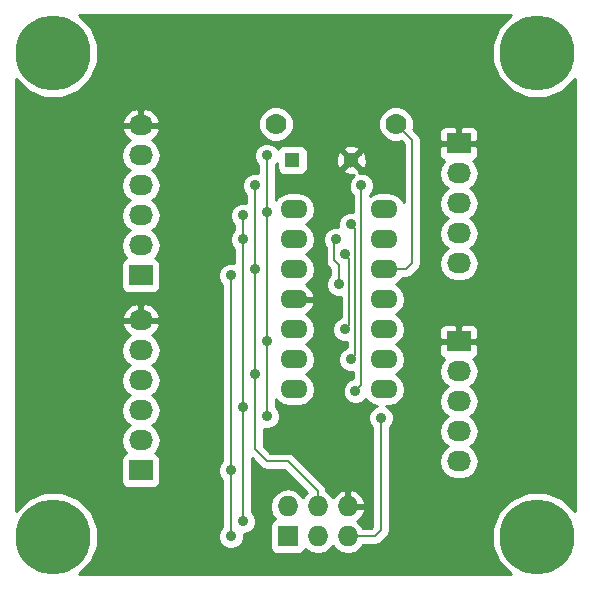
<source format=gbl>
G04 #@! TF.FileFunction,Copper,L2,Bot,Plane*
%FSLAX46Y46*%
G04 Gerber Fmt 4.6, Leading zero omitted, Abs format (unit mm)*
G04 Created by KiCad (PCBNEW (after 2015-mar-04 BZR unknown)-product) date 10/20/2015 10:19:42 AM*
%MOMM*%
G01*
G04 APERTURE LIST*
%ADD10C,0.150000*%
%ADD11C,6.350000*%
%ADD12R,2.032000X1.727200*%
%ADD13O,2.032000X1.727200*%
%ADD14R,1.727200X1.727200*%
%ADD15O,1.727200X1.727200*%
%ADD16R,1.300000X1.300000*%
%ADD17C,1.300000*%
%ADD18C,1.778000*%
%ADD19O,2.300000X1.600000*%
%ADD20C,0.889000*%
%ADD21C,0.203200*%
%ADD22C,0.254000*%
G04 APERTURE END LIST*
D10*
D11*
X4000000Y-45000000D03*
X4000000Y-4000000D03*
X45000000Y-45000000D03*
X45000000Y-4000000D03*
D12*
X11430000Y-22860000D03*
D13*
X11430000Y-20320000D03*
X11430000Y-17780000D03*
X11430000Y-15240000D03*
X11430000Y-12700000D03*
X11430000Y-10160000D03*
D14*
X23876000Y-44958000D03*
D15*
X23876000Y-42418000D03*
X26416000Y-44958000D03*
X26416000Y-42418000D03*
X28956000Y-44958000D03*
X28956000Y-42418000D03*
D12*
X11430000Y-39370000D03*
D13*
X11430000Y-36830000D03*
X11430000Y-34290000D03*
X11430000Y-31750000D03*
X11430000Y-29210000D03*
X11430000Y-26670000D03*
D16*
X24257000Y-13081000D03*
D17*
X29257000Y-13081000D03*
D12*
X38354000Y-11684000D03*
D13*
X38354000Y-14224000D03*
X38354000Y-16764000D03*
X38354000Y-19304000D03*
X38354000Y-21844000D03*
D12*
X38354000Y-28448000D03*
D13*
X38354000Y-30988000D03*
X38354000Y-33528000D03*
X38354000Y-36068000D03*
X38354000Y-38608000D03*
D18*
X22860000Y-10033000D03*
X33020000Y-10033000D03*
D19*
X24384000Y-17272000D03*
X24384000Y-19812000D03*
X24384000Y-22352000D03*
X24384000Y-24892000D03*
X24384000Y-27432000D03*
X24384000Y-29972000D03*
X24384000Y-32512000D03*
X32004000Y-32512000D03*
X32004000Y-29972000D03*
X32004000Y-27432000D03*
X32004000Y-24892000D03*
X32004000Y-22352000D03*
X32004000Y-19812000D03*
X32004000Y-17272000D03*
D20*
X20066000Y-43688000D03*
X20066000Y-34036000D03*
X20066000Y-19812000D03*
X20066000Y-17780000D03*
X19050000Y-44958000D03*
X19050000Y-22860000D03*
X19050000Y-39370000D03*
X27940000Y-19812000D03*
X28194000Y-23622000D03*
X21082000Y-31242000D03*
X21082000Y-22352000D03*
X21082000Y-15240000D03*
X22098000Y-17526000D03*
X22098000Y-28448000D03*
X22098000Y-12700000D03*
X31750000Y-34925000D03*
X22098000Y-34798000D03*
X30099000Y-15240000D03*
X29591000Y-32639000D03*
X29210000Y-18542000D03*
X29210000Y-29972000D03*
X28702000Y-21082000D03*
X28702000Y-27432000D03*
D21*
X20066000Y-34036000D02*
X20066000Y-43688000D01*
X20066000Y-19812000D02*
X20066000Y-34036000D01*
X20066000Y-17780000D02*
X20066000Y-19812000D01*
X19050000Y-39370000D02*
X19050000Y-44958000D01*
X19050000Y-39370000D02*
X19050000Y-22860000D01*
X27940000Y-19812000D02*
X27813000Y-19939000D01*
X27813000Y-19939000D02*
X27813000Y-21590000D01*
X27813000Y-21590000D02*
X28194000Y-21971000D01*
X28194000Y-21971000D02*
X28194000Y-23622000D01*
X26416000Y-42418000D02*
X26416000Y-41148000D01*
X22098000Y-38608000D02*
X21082000Y-37592000D01*
X23876000Y-38608000D02*
X22098000Y-38608000D01*
X26416000Y-41148000D02*
X23876000Y-38608000D01*
X21082000Y-31242000D02*
X21082000Y-37592000D01*
X21082000Y-22352000D02*
X21082000Y-31242000D01*
X21082000Y-15240000D02*
X21082000Y-22352000D01*
X28956000Y-44958000D02*
X31242000Y-44958000D01*
X31750000Y-44450000D02*
X31750000Y-39624000D01*
X31242000Y-44958000D02*
X31750000Y-44450000D01*
X22098000Y-12700000D02*
X22098000Y-17526000D01*
X22098000Y-17526000D02*
X22098000Y-28448000D01*
X22098000Y-28448000D02*
X22098000Y-34798000D01*
X31750000Y-39624000D02*
X31750000Y-34925000D01*
X33909000Y-22352000D02*
X34417000Y-21844000D01*
X34417000Y-21844000D02*
X34417000Y-11430000D01*
X34417000Y-11430000D02*
X33020000Y-10033000D01*
X32004000Y-22352000D02*
X33909000Y-22352000D01*
X30099000Y-32131000D02*
X30099000Y-15240000D01*
X29591000Y-32639000D02*
X30099000Y-32131000D01*
X29210000Y-18542000D02*
X29591000Y-18923000D01*
X29591000Y-18923000D02*
X29591000Y-29591000D01*
X29591000Y-29591000D02*
X29210000Y-29972000D01*
X28702000Y-21082000D02*
X29083000Y-21463000D01*
X29083000Y-21463000D02*
X29083000Y-27051000D01*
X29083000Y-27051000D02*
X28702000Y-27432000D01*
D22*
G36*
X48174500Y-42787183D02*
X47161009Y-41771923D01*
X45761181Y-41190663D01*
X44245469Y-41189340D01*
X42844628Y-41768156D01*
X41771923Y-42838991D01*
X41190663Y-44238819D01*
X41189340Y-45754531D01*
X41768156Y-47155372D01*
X42785507Y-48174500D01*
X40037345Y-48174500D01*
X40037345Y-38608000D01*
X39923271Y-38034511D01*
X39598415Y-37548330D01*
X39283634Y-37338000D01*
X39598415Y-37127670D01*
X39923271Y-36641489D01*
X40037345Y-36068000D01*
X39923271Y-35494511D01*
X39598415Y-35008330D01*
X39283634Y-34798000D01*
X39598415Y-34587670D01*
X39923271Y-34101489D01*
X40037345Y-33528000D01*
X39923271Y-32954511D01*
X39598415Y-32468330D01*
X39283634Y-32258000D01*
X39598415Y-32047670D01*
X39923271Y-31561489D01*
X40037345Y-30988000D01*
X40037345Y-21844000D01*
X39923271Y-21270511D01*
X39598415Y-20784330D01*
X39283634Y-20574000D01*
X39598415Y-20363670D01*
X39923271Y-19877489D01*
X40037345Y-19304000D01*
X39923271Y-18730511D01*
X39598415Y-18244330D01*
X39283634Y-18034000D01*
X39598415Y-17823670D01*
X39923271Y-17337489D01*
X40037345Y-16764000D01*
X39923271Y-16190511D01*
X39598415Y-15704330D01*
X39283634Y-15494000D01*
X39598415Y-15283670D01*
X39923271Y-14797489D01*
X40037345Y-14224000D01*
X39923271Y-13650511D01*
X39598415Y-13164330D01*
X39576219Y-13149499D01*
X39729698Y-13085927D01*
X39908327Y-12907299D01*
X40005000Y-12673910D01*
X40005000Y-12421291D01*
X40005000Y-11969750D01*
X40005000Y-11398250D01*
X40005000Y-10946709D01*
X40005000Y-10694090D01*
X39908327Y-10460701D01*
X39729698Y-10282073D01*
X39496309Y-10185400D01*
X38639750Y-10185400D01*
X38481000Y-10344150D01*
X38481000Y-11557000D01*
X39846250Y-11557000D01*
X40005000Y-11398250D01*
X40005000Y-11969750D01*
X39846250Y-11811000D01*
X38481000Y-11811000D01*
X38481000Y-11831000D01*
X38227000Y-11831000D01*
X38227000Y-11811000D01*
X38227000Y-11557000D01*
X38227000Y-10344150D01*
X38068250Y-10185400D01*
X37211691Y-10185400D01*
X36978302Y-10282073D01*
X36799673Y-10460701D01*
X36703000Y-10694090D01*
X36703000Y-10946709D01*
X36703000Y-11398250D01*
X36861750Y-11557000D01*
X38227000Y-11557000D01*
X38227000Y-11811000D01*
X36861750Y-11811000D01*
X36703000Y-11969750D01*
X36703000Y-12421291D01*
X36703000Y-12673910D01*
X36799673Y-12907299D01*
X36978302Y-13085927D01*
X37131780Y-13149499D01*
X37109585Y-13164330D01*
X36784729Y-13650511D01*
X36670655Y-14224000D01*
X36784729Y-14797489D01*
X37109585Y-15283670D01*
X37424365Y-15494000D01*
X37109585Y-15704330D01*
X36784729Y-16190511D01*
X36670655Y-16764000D01*
X36784729Y-17337489D01*
X37109585Y-17823670D01*
X37424365Y-18034000D01*
X37109585Y-18244330D01*
X36784729Y-18730511D01*
X36670655Y-19304000D01*
X36784729Y-19877489D01*
X37109585Y-20363670D01*
X37424365Y-20574000D01*
X37109585Y-20784330D01*
X36784729Y-21270511D01*
X36670655Y-21844000D01*
X36784729Y-22417489D01*
X37109585Y-22903670D01*
X37595766Y-23228526D01*
X38169255Y-23342600D01*
X38538745Y-23342600D01*
X39112234Y-23228526D01*
X39598415Y-22903670D01*
X39923271Y-22417489D01*
X40037345Y-21844000D01*
X40037345Y-30988000D01*
X39923271Y-30414511D01*
X39598415Y-29928330D01*
X39576219Y-29913499D01*
X39729698Y-29849927D01*
X39908327Y-29671299D01*
X40005000Y-29437910D01*
X40005000Y-29185291D01*
X40005000Y-28733750D01*
X40005000Y-28162250D01*
X40005000Y-27710709D01*
X40005000Y-27458090D01*
X39908327Y-27224701D01*
X39729698Y-27046073D01*
X39496309Y-26949400D01*
X38639750Y-26949400D01*
X38481000Y-27108150D01*
X38481000Y-28321000D01*
X39846250Y-28321000D01*
X40005000Y-28162250D01*
X40005000Y-28733750D01*
X39846250Y-28575000D01*
X38481000Y-28575000D01*
X38481000Y-28595000D01*
X38227000Y-28595000D01*
X38227000Y-28575000D01*
X38227000Y-28321000D01*
X38227000Y-27108150D01*
X38068250Y-26949400D01*
X37211691Y-26949400D01*
X36978302Y-27046073D01*
X36799673Y-27224701D01*
X36703000Y-27458090D01*
X36703000Y-27710709D01*
X36703000Y-28162250D01*
X36861750Y-28321000D01*
X38227000Y-28321000D01*
X38227000Y-28575000D01*
X36861750Y-28575000D01*
X36703000Y-28733750D01*
X36703000Y-29185291D01*
X36703000Y-29437910D01*
X36799673Y-29671299D01*
X36978302Y-29849927D01*
X37131780Y-29913499D01*
X37109585Y-29928330D01*
X36784729Y-30414511D01*
X36670655Y-30988000D01*
X36784729Y-31561489D01*
X37109585Y-32047670D01*
X37424365Y-32258000D01*
X37109585Y-32468330D01*
X36784729Y-32954511D01*
X36670655Y-33528000D01*
X36784729Y-34101489D01*
X37109585Y-34587670D01*
X37424365Y-34798000D01*
X37109585Y-35008330D01*
X36784729Y-35494511D01*
X36670655Y-36068000D01*
X36784729Y-36641489D01*
X37109585Y-37127670D01*
X37424365Y-37338000D01*
X37109585Y-37548330D01*
X36784729Y-38034511D01*
X36670655Y-38608000D01*
X36784729Y-39181489D01*
X37109585Y-39667670D01*
X37595766Y-39992526D01*
X38169255Y-40106600D01*
X38538745Y-40106600D01*
X39112234Y-39992526D01*
X39598415Y-39667670D01*
X39923271Y-39181489D01*
X40037345Y-38608000D01*
X40037345Y-48174500D01*
X35153600Y-48174500D01*
X35153600Y-21844000D01*
X35153600Y-11430000D01*
X35097530Y-11148115D01*
X34937855Y-10909145D01*
X34491640Y-10462930D01*
X34543735Y-10337472D01*
X34544264Y-9731188D01*
X34312738Y-9170851D01*
X33884404Y-8741769D01*
X33324472Y-8509265D01*
X32718188Y-8508736D01*
X32157851Y-8740262D01*
X31728769Y-9168596D01*
X31496265Y-9728528D01*
X31495736Y-10334812D01*
X31727262Y-10895149D01*
X32155596Y-11324231D01*
X32715528Y-11556735D01*
X33321812Y-11557264D01*
X33449708Y-11504418D01*
X33680400Y-11735110D01*
X33680400Y-16671460D01*
X33403668Y-16257302D01*
X32938121Y-15946233D01*
X32388970Y-15837000D01*
X31619030Y-15837000D01*
X31069879Y-15946233D01*
X30835600Y-16102773D01*
X30835600Y-16029997D01*
X31013622Y-15852286D01*
X31178313Y-15455668D01*
X31178687Y-15026216D01*
X31014689Y-14629311D01*
X30711286Y-14325378D01*
X30554622Y-14260325D01*
X30554622Y-13261922D01*
X30525083Y-12751572D01*
X30386611Y-12417271D01*
X30156016Y-12361590D01*
X29976410Y-12541195D01*
X29976410Y-12181984D01*
X29920729Y-11951389D01*
X29437922Y-11783378D01*
X28927572Y-11812917D01*
X28593271Y-11951389D01*
X28537590Y-12181984D01*
X29257000Y-12901395D01*
X29976410Y-12181984D01*
X29976410Y-12541195D01*
X29436605Y-13081000D01*
X30156016Y-13800410D01*
X30386611Y-13744729D01*
X30554622Y-13261922D01*
X30554622Y-14260325D01*
X30314668Y-14160687D01*
X29932864Y-14160354D01*
X29976410Y-13980016D01*
X29257000Y-13260605D01*
X29077395Y-13440210D01*
X29077395Y-13081000D01*
X28357984Y-12361590D01*
X28127389Y-12417271D01*
X27959378Y-12900078D01*
X27988917Y-13410428D01*
X28127389Y-13744729D01*
X28357984Y-13800410D01*
X29077395Y-13081000D01*
X29077395Y-13440210D01*
X28537590Y-13980016D01*
X28593271Y-14210611D01*
X29076078Y-14378622D01*
X29455929Y-14356636D01*
X29184378Y-14627714D01*
X29019687Y-15024332D01*
X29019313Y-15453784D01*
X29183311Y-15850689D01*
X29362400Y-16030090D01*
X29362400Y-17462631D01*
X28996216Y-17462313D01*
X28599311Y-17626311D01*
X28295378Y-17929714D01*
X28130687Y-18326332D01*
X28130333Y-18732664D01*
X27726216Y-18732313D01*
X27329311Y-18896311D01*
X27025378Y-19199714D01*
X26860687Y-19596332D01*
X26860313Y-20025784D01*
X27024311Y-20422689D01*
X27076400Y-20474868D01*
X27076400Y-21590000D01*
X27132470Y-21871885D01*
X27292145Y-22110855D01*
X27457400Y-22276110D01*
X27457400Y-22832002D01*
X27279378Y-23009714D01*
X27114687Y-23406332D01*
X27114313Y-23835784D01*
X27278311Y-24232689D01*
X27581714Y-24536622D01*
X27978332Y-24701313D01*
X28346400Y-24701633D01*
X28346400Y-26410910D01*
X28091311Y-26516311D01*
X27787378Y-26819714D01*
X27622687Y-27216332D01*
X27622313Y-27645784D01*
X27786311Y-28042689D01*
X28089714Y-28346622D01*
X28486332Y-28511313D01*
X28854400Y-28511633D01*
X28854400Y-28950910D01*
X28599311Y-29056311D01*
X28295378Y-29359714D01*
X28130687Y-29756332D01*
X28130313Y-30185784D01*
X28294311Y-30582689D01*
X28597714Y-30886622D01*
X28994332Y-31051313D01*
X29362400Y-31051633D01*
X29362400Y-31565434D01*
X28980311Y-31723311D01*
X28676378Y-32026714D01*
X28511687Y-32423332D01*
X28511313Y-32852784D01*
X28675311Y-33249689D01*
X28978714Y-33553622D01*
X29375332Y-33718313D01*
X29804784Y-33718687D01*
X30201689Y-33554689D01*
X30454443Y-33302374D01*
X30604332Y-33526698D01*
X31069879Y-33837767D01*
X31397000Y-33902835D01*
X31139311Y-34009311D01*
X30835378Y-34312714D01*
X30670687Y-34709332D01*
X30670313Y-35138784D01*
X30834311Y-35535689D01*
X31013400Y-35715090D01*
X31013400Y-39624000D01*
X31013400Y-44144890D01*
X30936890Y-44221400D01*
X30251155Y-44221400D01*
X30015670Y-43868971D01*
X29744839Y-43688007D01*
X30162821Y-43306490D01*
X30410968Y-42777027D01*
X30410968Y-42058973D01*
X30162821Y-41529510D01*
X29730947Y-41135312D01*
X29315026Y-40963042D01*
X29083000Y-41084183D01*
X29083000Y-42291000D01*
X30290469Y-42291000D01*
X30410968Y-42058973D01*
X30410968Y-42777027D01*
X30290469Y-42545000D01*
X29083000Y-42545000D01*
X29083000Y-42565000D01*
X28829000Y-42565000D01*
X28829000Y-42545000D01*
X28809000Y-42545000D01*
X28809000Y-42291000D01*
X28829000Y-42291000D01*
X28829000Y-41084183D01*
X28596974Y-40963042D01*
X28181053Y-41135312D01*
X27749179Y-41529510D01*
X27691663Y-41652228D01*
X27475670Y-41328971D01*
X27144594Y-41107753D01*
X27096530Y-40866115D01*
X26936855Y-40627145D01*
X24396855Y-38087145D01*
X24157885Y-37927470D01*
X23876000Y-37871400D01*
X22403110Y-37871400D01*
X21818600Y-37286890D01*
X21818600Y-35850849D01*
X21882332Y-35877313D01*
X22311784Y-35877687D01*
X22708689Y-35713689D01*
X23012622Y-35410286D01*
X23177313Y-35013668D01*
X23177687Y-34584216D01*
X23013689Y-34187311D01*
X22834600Y-34007909D01*
X22834600Y-33302608D01*
X22984332Y-33526698D01*
X23449879Y-33837767D01*
X23999030Y-33947000D01*
X24768970Y-33947000D01*
X25318121Y-33837767D01*
X25783668Y-33526698D01*
X26094737Y-33061151D01*
X26203970Y-32512000D01*
X26094737Y-31962849D01*
X25783668Y-31497302D01*
X25401582Y-31242000D01*
X25783668Y-30986698D01*
X26094737Y-30521151D01*
X26203970Y-29972000D01*
X26094737Y-29422849D01*
X25783668Y-28957302D01*
X25401582Y-28702000D01*
X25783668Y-28446698D01*
X26094737Y-27981151D01*
X26203970Y-27432000D01*
X26094737Y-26882849D01*
X25783668Y-26417302D01*
X25405848Y-26164850D01*
X25838500Y-25816896D01*
X26108367Y-25323819D01*
X26125904Y-25241039D01*
X26003915Y-25019000D01*
X24511000Y-25019000D01*
X24511000Y-25039000D01*
X24257000Y-25039000D01*
X24257000Y-25019000D01*
X24237000Y-25019000D01*
X24237000Y-24765000D01*
X24257000Y-24765000D01*
X24257000Y-24745000D01*
X24511000Y-24745000D01*
X24511000Y-24765000D01*
X26003915Y-24765000D01*
X26125904Y-24542961D01*
X26108367Y-24460181D01*
X25838500Y-23967104D01*
X25405848Y-23619149D01*
X25783668Y-23366698D01*
X26094737Y-22901151D01*
X26203970Y-22352000D01*
X26094737Y-21802849D01*
X25783668Y-21337302D01*
X25401582Y-21082000D01*
X25783668Y-20826698D01*
X26094737Y-20361151D01*
X26203970Y-19812000D01*
X26094737Y-19262849D01*
X25783668Y-18797302D01*
X25401582Y-18542000D01*
X25783668Y-18286698D01*
X26094737Y-17821151D01*
X26203970Y-17272000D01*
X26094737Y-16722849D01*
X25783668Y-16257302D01*
X25318121Y-15946233D01*
X24768970Y-15837000D01*
X23999030Y-15837000D01*
X23449879Y-15946233D01*
X22984332Y-16257302D01*
X22834600Y-16481391D01*
X22834600Y-13489997D01*
X22959560Y-13365255D01*
X22959560Y-13731000D01*
X23006537Y-13973123D01*
X23146327Y-14185927D01*
X23357360Y-14328377D01*
X23607000Y-14378440D01*
X24907000Y-14378440D01*
X25149123Y-14331463D01*
X25361927Y-14191673D01*
X25504377Y-13980640D01*
X25554440Y-13731000D01*
X25554440Y-12431000D01*
X25507463Y-12188877D01*
X25367673Y-11976073D01*
X25156640Y-11833623D01*
X24907000Y-11783560D01*
X24384264Y-11783560D01*
X24384264Y-9731188D01*
X24152738Y-9170851D01*
X23724404Y-8741769D01*
X23164472Y-8509265D01*
X22558188Y-8508736D01*
X21997851Y-8740262D01*
X21568769Y-9168596D01*
X21336265Y-9728528D01*
X21335736Y-10334812D01*
X21567262Y-10895149D01*
X21995596Y-11324231D01*
X22555528Y-11556735D01*
X23161812Y-11557264D01*
X23722149Y-11325738D01*
X24151231Y-10897404D01*
X24383735Y-10337472D01*
X24384264Y-9731188D01*
X24384264Y-11783560D01*
X23607000Y-11783560D01*
X23364877Y-11830537D01*
X23152073Y-11970327D01*
X23035737Y-12142672D01*
X23013689Y-12089311D01*
X22710286Y-11785378D01*
X22313668Y-11620687D01*
X21884216Y-11620313D01*
X21487311Y-11784311D01*
X21183378Y-12087714D01*
X21018687Y-12484332D01*
X21018313Y-12913784D01*
X21182311Y-13310689D01*
X21361400Y-13490090D01*
X21361400Y-14187150D01*
X21297668Y-14160687D01*
X20868216Y-14160313D01*
X20471311Y-14324311D01*
X20167378Y-14627714D01*
X20002687Y-15024332D01*
X20002313Y-15453784D01*
X20166311Y-15850689D01*
X20345400Y-16030090D01*
X20345400Y-16727150D01*
X20281668Y-16700687D01*
X19852216Y-16700313D01*
X19455311Y-16864311D01*
X19151378Y-17167714D01*
X18986687Y-17564332D01*
X18986313Y-17993784D01*
X19150311Y-18390689D01*
X19329400Y-18570090D01*
X19329400Y-19022002D01*
X19151378Y-19199714D01*
X18986687Y-19596332D01*
X18986313Y-20025784D01*
X19150311Y-20422689D01*
X19329400Y-20602090D01*
X19329400Y-21807150D01*
X19265668Y-21780687D01*
X18836216Y-21780313D01*
X18439311Y-21944311D01*
X18135378Y-22247714D01*
X17970687Y-22644332D01*
X17970313Y-23073784D01*
X18134311Y-23470689D01*
X18313400Y-23650090D01*
X18313400Y-38580002D01*
X18135378Y-38757714D01*
X17970687Y-39154332D01*
X17970313Y-39583784D01*
X18134311Y-39980689D01*
X18313400Y-40160090D01*
X18313400Y-44168002D01*
X18135378Y-44345714D01*
X17970687Y-44742332D01*
X17970313Y-45171784D01*
X18134311Y-45568689D01*
X18437714Y-45872622D01*
X18834332Y-46037313D01*
X19263784Y-46037687D01*
X19660689Y-45873689D01*
X19964622Y-45570286D01*
X20129313Y-45173668D01*
X20129666Y-44767556D01*
X20279784Y-44767687D01*
X20676689Y-44603689D01*
X20980622Y-44300286D01*
X21145313Y-43903668D01*
X21145687Y-43474216D01*
X20981689Y-43077311D01*
X20802600Y-42897909D01*
X20802600Y-38354310D01*
X21577145Y-39128855D01*
X21816115Y-39288530D01*
X22098000Y-39344600D01*
X23570890Y-39344600D01*
X25475580Y-41249290D01*
X25356330Y-41328971D01*
X25146000Y-41643751D01*
X24935670Y-41328971D01*
X24449489Y-41004115D01*
X23876000Y-40890041D01*
X23302511Y-41004115D01*
X22816330Y-41328971D01*
X22491474Y-41815152D01*
X22377400Y-42388641D01*
X22377400Y-42447359D01*
X22491474Y-43020848D01*
X22803300Y-43487529D01*
X22770277Y-43493937D01*
X22557473Y-43633727D01*
X22415023Y-43844760D01*
X22364960Y-44094400D01*
X22364960Y-45821600D01*
X22411937Y-46063723D01*
X22551727Y-46276527D01*
X22762760Y-46418977D01*
X23012400Y-46469040D01*
X24739600Y-46469040D01*
X24981723Y-46422063D01*
X25194527Y-46282273D01*
X25336977Y-46071240D01*
X25345179Y-46030340D01*
X25356330Y-46047029D01*
X25842511Y-46371885D01*
X26416000Y-46485959D01*
X26989489Y-46371885D01*
X27475670Y-46047029D01*
X27686000Y-45732248D01*
X27896330Y-46047029D01*
X28382511Y-46371885D01*
X28956000Y-46485959D01*
X29529489Y-46371885D01*
X30015670Y-46047029D01*
X30251155Y-45694600D01*
X31242000Y-45694600D01*
X31523885Y-45638530D01*
X31762855Y-45478855D01*
X32270855Y-44970855D01*
X32430530Y-44731885D01*
X32486600Y-44450000D01*
X32486600Y-39624000D01*
X32486600Y-35714997D01*
X32664622Y-35537286D01*
X32829313Y-35140668D01*
X32829687Y-34711216D01*
X32665689Y-34314311D01*
X32362286Y-34010378D01*
X32209655Y-33947000D01*
X32388970Y-33947000D01*
X32938121Y-33837767D01*
X33403668Y-33526698D01*
X33714737Y-33061151D01*
X33823970Y-32512000D01*
X33714737Y-31962849D01*
X33403668Y-31497302D01*
X33021582Y-31242000D01*
X33403668Y-30986698D01*
X33714737Y-30521151D01*
X33823970Y-29972000D01*
X33714737Y-29422849D01*
X33403668Y-28957302D01*
X33021582Y-28702000D01*
X33403668Y-28446698D01*
X33714737Y-27981151D01*
X33823970Y-27432000D01*
X33714737Y-26882849D01*
X33403668Y-26417302D01*
X33021582Y-26162000D01*
X33403668Y-25906698D01*
X33714737Y-25441151D01*
X33823970Y-24892000D01*
X33714737Y-24342849D01*
X33403668Y-23877302D01*
X33021582Y-23622000D01*
X33403668Y-23366698D01*
X33589487Y-23088600D01*
X33909000Y-23088600D01*
X34190885Y-23032530D01*
X34429855Y-22872855D01*
X34937855Y-22364855D01*
X35097530Y-22125885D01*
X35153600Y-21844000D01*
X35153600Y-48174500D01*
X13113345Y-48174500D01*
X13113345Y-36830000D01*
X12999271Y-36256511D01*
X12674415Y-35770330D01*
X12359634Y-35560000D01*
X12674415Y-35349670D01*
X12999271Y-34863489D01*
X13113345Y-34290000D01*
X12999271Y-33716511D01*
X12674415Y-33230330D01*
X12359634Y-33020000D01*
X12674415Y-32809670D01*
X12999271Y-32323489D01*
X13113345Y-31750000D01*
X12999271Y-31176511D01*
X12674415Y-30690330D01*
X12359634Y-30480000D01*
X12674415Y-30269670D01*
X12999271Y-29783489D01*
X13113345Y-29210000D01*
X13113345Y-20320000D01*
X12999271Y-19746511D01*
X12674415Y-19260330D01*
X12359634Y-19050000D01*
X12674415Y-18839670D01*
X12999271Y-18353489D01*
X13113345Y-17780000D01*
X12999271Y-17206511D01*
X12674415Y-16720330D01*
X12359634Y-16510000D01*
X12674415Y-16299670D01*
X12999271Y-15813489D01*
X13113345Y-15240000D01*
X12999271Y-14666511D01*
X12674415Y-14180330D01*
X12359634Y-13970000D01*
X12674415Y-13759670D01*
X12999271Y-13273489D01*
X13113345Y-12700000D01*
X12999271Y-12126511D01*
X12674415Y-11640330D01*
X12364930Y-11433539D01*
X12780732Y-11062036D01*
X13034709Y-10534791D01*
X13037358Y-10519026D01*
X13037358Y-9800974D01*
X13034709Y-9785209D01*
X12780732Y-9257964D01*
X12344320Y-8868046D01*
X11791913Y-8674816D01*
X11557000Y-8819076D01*
X11557000Y-10033000D01*
X12916217Y-10033000D01*
X13037358Y-9800974D01*
X13037358Y-10519026D01*
X12916217Y-10287000D01*
X11557000Y-10287000D01*
X11557000Y-10307000D01*
X11303000Y-10307000D01*
X11303000Y-10287000D01*
X11303000Y-10033000D01*
X11303000Y-8819076D01*
X11068087Y-8674816D01*
X10515680Y-8868046D01*
X10079268Y-9257964D01*
X9825291Y-9785209D01*
X9822642Y-9800974D01*
X9943783Y-10033000D01*
X11303000Y-10033000D01*
X11303000Y-10287000D01*
X9943783Y-10287000D01*
X9822642Y-10519026D01*
X9825291Y-10534791D01*
X10079268Y-11062036D01*
X10495069Y-11433539D01*
X10185585Y-11640330D01*
X9860729Y-12126511D01*
X9746655Y-12700000D01*
X9860729Y-13273489D01*
X10185585Y-13759670D01*
X10500365Y-13970000D01*
X10185585Y-14180330D01*
X9860729Y-14666511D01*
X9746655Y-15240000D01*
X9860729Y-15813489D01*
X10185585Y-16299670D01*
X10500365Y-16510000D01*
X10185585Y-16720330D01*
X9860729Y-17206511D01*
X9746655Y-17780000D01*
X9860729Y-18353489D01*
X10185585Y-18839670D01*
X10500365Y-19050000D01*
X10185585Y-19260330D01*
X9860729Y-19746511D01*
X9746655Y-20320000D01*
X9860729Y-20893489D01*
X10185585Y-21379670D01*
X10201367Y-21390215D01*
X10171877Y-21395937D01*
X9959073Y-21535727D01*
X9816623Y-21746760D01*
X9766560Y-21996400D01*
X9766560Y-23723600D01*
X9813537Y-23965723D01*
X9953327Y-24178527D01*
X10164360Y-24320977D01*
X10414000Y-24371040D01*
X12446000Y-24371040D01*
X12688123Y-24324063D01*
X12900927Y-24184273D01*
X13043377Y-23973240D01*
X13093440Y-23723600D01*
X13093440Y-21996400D01*
X13046463Y-21754277D01*
X12906673Y-21541473D01*
X12695640Y-21399023D01*
X12657037Y-21391281D01*
X12674415Y-21379670D01*
X12999271Y-20893489D01*
X13113345Y-20320000D01*
X13113345Y-29210000D01*
X12999271Y-28636511D01*
X12674415Y-28150330D01*
X12364930Y-27943539D01*
X12780732Y-27572036D01*
X13034709Y-27044791D01*
X13037358Y-27029026D01*
X13037358Y-26310974D01*
X13034709Y-26295209D01*
X12780732Y-25767964D01*
X12344320Y-25378046D01*
X11791913Y-25184816D01*
X11557000Y-25329076D01*
X11557000Y-26543000D01*
X12916217Y-26543000D01*
X13037358Y-26310974D01*
X13037358Y-27029026D01*
X12916217Y-26797000D01*
X11557000Y-26797000D01*
X11557000Y-26817000D01*
X11303000Y-26817000D01*
X11303000Y-26797000D01*
X11303000Y-26543000D01*
X11303000Y-25329076D01*
X11068087Y-25184816D01*
X10515680Y-25378046D01*
X10079268Y-25767964D01*
X9825291Y-26295209D01*
X9822642Y-26310974D01*
X9943783Y-26543000D01*
X11303000Y-26543000D01*
X11303000Y-26797000D01*
X9943783Y-26797000D01*
X9822642Y-27029026D01*
X9825291Y-27044791D01*
X10079268Y-27572036D01*
X10495069Y-27943539D01*
X10185585Y-28150330D01*
X9860729Y-28636511D01*
X9746655Y-29210000D01*
X9860729Y-29783489D01*
X10185585Y-30269670D01*
X10500365Y-30480000D01*
X10185585Y-30690330D01*
X9860729Y-31176511D01*
X9746655Y-31750000D01*
X9860729Y-32323489D01*
X10185585Y-32809670D01*
X10500365Y-33020000D01*
X10185585Y-33230330D01*
X9860729Y-33716511D01*
X9746655Y-34290000D01*
X9860729Y-34863489D01*
X10185585Y-35349670D01*
X10500365Y-35560000D01*
X10185585Y-35770330D01*
X9860729Y-36256511D01*
X9746655Y-36830000D01*
X9860729Y-37403489D01*
X10185585Y-37889670D01*
X10201367Y-37900215D01*
X10171877Y-37905937D01*
X9959073Y-38045727D01*
X9816623Y-38256760D01*
X9766560Y-38506400D01*
X9766560Y-40233600D01*
X9813537Y-40475723D01*
X9953327Y-40688527D01*
X10164360Y-40830977D01*
X10414000Y-40881040D01*
X12446000Y-40881040D01*
X12688123Y-40834063D01*
X12900927Y-40694273D01*
X13043377Y-40483240D01*
X13093440Y-40233600D01*
X13093440Y-38506400D01*
X13046463Y-38264277D01*
X12906673Y-38051473D01*
X12695640Y-37909023D01*
X12657037Y-37901281D01*
X12674415Y-37889670D01*
X12999271Y-37403489D01*
X13113345Y-36830000D01*
X13113345Y-48174500D01*
X6212816Y-48174500D01*
X7228077Y-47161009D01*
X7809337Y-45761181D01*
X7810660Y-44245469D01*
X7231844Y-42844628D01*
X6161009Y-41771923D01*
X4761181Y-41190663D01*
X3245469Y-41189340D01*
X1844628Y-41768156D01*
X825500Y-42785507D01*
X825500Y-6212816D01*
X1838991Y-7228077D01*
X3238819Y-7809337D01*
X4754531Y-7810660D01*
X6155372Y-7231844D01*
X7228077Y-6161009D01*
X7809337Y-4761181D01*
X7810660Y-3245469D01*
X7231844Y-1844628D01*
X6214492Y-825500D01*
X42787183Y-825500D01*
X41771923Y-1838991D01*
X41190663Y-3238819D01*
X41189340Y-4754531D01*
X41768156Y-6155372D01*
X42838991Y-7228077D01*
X44238819Y-7809337D01*
X45754531Y-7810660D01*
X47155372Y-7231844D01*
X48174500Y-6214492D01*
X48174500Y-42787183D01*
X48174500Y-42787183D01*
G37*
X48174500Y-42787183D02*
X47161009Y-41771923D01*
X45761181Y-41190663D01*
X44245469Y-41189340D01*
X42844628Y-41768156D01*
X41771923Y-42838991D01*
X41190663Y-44238819D01*
X41189340Y-45754531D01*
X41768156Y-47155372D01*
X42785507Y-48174500D01*
X40037345Y-48174500D01*
X40037345Y-38608000D01*
X39923271Y-38034511D01*
X39598415Y-37548330D01*
X39283634Y-37338000D01*
X39598415Y-37127670D01*
X39923271Y-36641489D01*
X40037345Y-36068000D01*
X39923271Y-35494511D01*
X39598415Y-35008330D01*
X39283634Y-34798000D01*
X39598415Y-34587670D01*
X39923271Y-34101489D01*
X40037345Y-33528000D01*
X39923271Y-32954511D01*
X39598415Y-32468330D01*
X39283634Y-32258000D01*
X39598415Y-32047670D01*
X39923271Y-31561489D01*
X40037345Y-30988000D01*
X40037345Y-21844000D01*
X39923271Y-21270511D01*
X39598415Y-20784330D01*
X39283634Y-20574000D01*
X39598415Y-20363670D01*
X39923271Y-19877489D01*
X40037345Y-19304000D01*
X39923271Y-18730511D01*
X39598415Y-18244330D01*
X39283634Y-18034000D01*
X39598415Y-17823670D01*
X39923271Y-17337489D01*
X40037345Y-16764000D01*
X39923271Y-16190511D01*
X39598415Y-15704330D01*
X39283634Y-15494000D01*
X39598415Y-15283670D01*
X39923271Y-14797489D01*
X40037345Y-14224000D01*
X39923271Y-13650511D01*
X39598415Y-13164330D01*
X39576219Y-13149499D01*
X39729698Y-13085927D01*
X39908327Y-12907299D01*
X40005000Y-12673910D01*
X40005000Y-12421291D01*
X40005000Y-11969750D01*
X40005000Y-11398250D01*
X40005000Y-10946709D01*
X40005000Y-10694090D01*
X39908327Y-10460701D01*
X39729698Y-10282073D01*
X39496309Y-10185400D01*
X38639750Y-10185400D01*
X38481000Y-10344150D01*
X38481000Y-11557000D01*
X39846250Y-11557000D01*
X40005000Y-11398250D01*
X40005000Y-11969750D01*
X39846250Y-11811000D01*
X38481000Y-11811000D01*
X38481000Y-11831000D01*
X38227000Y-11831000D01*
X38227000Y-11811000D01*
X38227000Y-11557000D01*
X38227000Y-10344150D01*
X38068250Y-10185400D01*
X37211691Y-10185400D01*
X36978302Y-10282073D01*
X36799673Y-10460701D01*
X36703000Y-10694090D01*
X36703000Y-10946709D01*
X36703000Y-11398250D01*
X36861750Y-11557000D01*
X38227000Y-11557000D01*
X38227000Y-11811000D01*
X36861750Y-11811000D01*
X36703000Y-11969750D01*
X36703000Y-12421291D01*
X36703000Y-12673910D01*
X36799673Y-12907299D01*
X36978302Y-13085927D01*
X37131780Y-13149499D01*
X37109585Y-13164330D01*
X36784729Y-13650511D01*
X36670655Y-14224000D01*
X36784729Y-14797489D01*
X37109585Y-15283670D01*
X37424365Y-15494000D01*
X37109585Y-15704330D01*
X36784729Y-16190511D01*
X36670655Y-16764000D01*
X36784729Y-17337489D01*
X37109585Y-17823670D01*
X37424365Y-18034000D01*
X37109585Y-18244330D01*
X36784729Y-18730511D01*
X36670655Y-19304000D01*
X36784729Y-19877489D01*
X37109585Y-20363670D01*
X37424365Y-20574000D01*
X37109585Y-20784330D01*
X36784729Y-21270511D01*
X36670655Y-21844000D01*
X36784729Y-22417489D01*
X37109585Y-22903670D01*
X37595766Y-23228526D01*
X38169255Y-23342600D01*
X38538745Y-23342600D01*
X39112234Y-23228526D01*
X39598415Y-22903670D01*
X39923271Y-22417489D01*
X40037345Y-21844000D01*
X40037345Y-30988000D01*
X39923271Y-30414511D01*
X39598415Y-29928330D01*
X39576219Y-29913499D01*
X39729698Y-29849927D01*
X39908327Y-29671299D01*
X40005000Y-29437910D01*
X40005000Y-29185291D01*
X40005000Y-28733750D01*
X40005000Y-28162250D01*
X40005000Y-27710709D01*
X40005000Y-27458090D01*
X39908327Y-27224701D01*
X39729698Y-27046073D01*
X39496309Y-26949400D01*
X38639750Y-26949400D01*
X38481000Y-27108150D01*
X38481000Y-28321000D01*
X39846250Y-28321000D01*
X40005000Y-28162250D01*
X40005000Y-28733750D01*
X39846250Y-28575000D01*
X38481000Y-28575000D01*
X38481000Y-28595000D01*
X38227000Y-28595000D01*
X38227000Y-28575000D01*
X38227000Y-28321000D01*
X38227000Y-27108150D01*
X38068250Y-26949400D01*
X37211691Y-26949400D01*
X36978302Y-27046073D01*
X36799673Y-27224701D01*
X36703000Y-27458090D01*
X36703000Y-27710709D01*
X36703000Y-28162250D01*
X36861750Y-28321000D01*
X38227000Y-28321000D01*
X38227000Y-28575000D01*
X36861750Y-28575000D01*
X36703000Y-28733750D01*
X36703000Y-29185291D01*
X36703000Y-29437910D01*
X36799673Y-29671299D01*
X36978302Y-29849927D01*
X37131780Y-29913499D01*
X37109585Y-29928330D01*
X36784729Y-30414511D01*
X36670655Y-30988000D01*
X36784729Y-31561489D01*
X37109585Y-32047670D01*
X37424365Y-32258000D01*
X37109585Y-32468330D01*
X36784729Y-32954511D01*
X36670655Y-33528000D01*
X36784729Y-34101489D01*
X37109585Y-34587670D01*
X37424365Y-34798000D01*
X37109585Y-35008330D01*
X36784729Y-35494511D01*
X36670655Y-36068000D01*
X36784729Y-36641489D01*
X37109585Y-37127670D01*
X37424365Y-37338000D01*
X37109585Y-37548330D01*
X36784729Y-38034511D01*
X36670655Y-38608000D01*
X36784729Y-39181489D01*
X37109585Y-39667670D01*
X37595766Y-39992526D01*
X38169255Y-40106600D01*
X38538745Y-40106600D01*
X39112234Y-39992526D01*
X39598415Y-39667670D01*
X39923271Y-39181489D01*
X40037345Y-38608000D01*
X40037345Y-48174500D01*
X35153600Y-48174500D01*
X35153600Y-21844000D01*
X35153600Y-11430000D01*
X35097530Y-11148115D01*
X34937855Y-10909145D01*
X34491640Y-10462930D01*
X34543735Y-10337472D01*
X34544264Y-9731188D01*
X34312738Y-9170851D01*
X33884404Y-8741769D01*
X33324472Y-8509265D01*
X32718188Y-8508736D01*
X32157851Y-8740262D01*
X31728769Y-9168596D01*
X31496265Y-9728528D01*
X31495736Y-10334812D01*
X31727262Y-10895149D01*
X32155596Y-11324231D01*
X32715528Y-11556735D01*
X33321812Y-11557264D01*
X33449708Y-11504418D01*
X33680400Y-11735110D01*
X33680400Y-16671460D01*
X33403668Y-16257302D01*
X32938121Y-15946233D01*
X32388970Y-15837000D01*
X31619030Y-15837000D01*
X31069879Y-15946233D01*
X30835600Y-16102773D01*
X30835600Y-16029997D01*
X31013622Y-15852286D01*
X31178313Y-15455668D01*
X31178687Y-15026216D01*
X31014689Y-14629311D01*
X30711286Y-14325378D01*
X30554622Y-14260325D01*
X30554622Y-13261922D01*
X30525083Y-12751572D01*
X30386611Y-12417271D01*
X30156016Y-12361590D01*
X29976410Y-12541195D01*
X29976410Y-12181984D01*
X29920729Y-11951389D01*
X29437922Y-11783378D01*
X28927572Y-11812917D01*
X28593271Y-11951389D01*
X28537590Y-12181984D01*
X29257000Y-12901395D01*
X29976410Y-12181984D01*
X29976410Y-12541195D01*
X29436605Y-13081000D01*
X30156016Y-13800410D01*
X30386611Y-13744729D01*
X30554622Y-13261922D01*
X30554622Y-14260325D01*
X30314668Y-14160687D01*
X29932864Y-14160354D01*
X29976410Y-13980016D01*
X29257000Y-13260605D01*
X29077395Y-13440210D01*
X29077395Y-13081000D01*
X28357984Y-12361590D01*
X28127389Y-12417271D01*
X27959378Y-12900078D01*
X27988917Y-13410428D01*
X28127389Y-13744729D01*
X28357984Y-13800410D01*
X29077395Y-13081000D01*
X29077395Y-13440210D01*
X28537590Y-13980016D01*
X28593271Y-14210611D01*
X29076078Y-14378622D01*
X29455929Y-14356636D01*
X29184378Y-14627714D01*
X29019687Y-15024332D01*
X29019313Y-15453784D01*
X29183311Y-15850689D01*
X29362400Y-16030090D01*
X29362400Y-17462631D01*
X28996216Y-17462313D01*
X28599311Y-17626311D01*
X28295378Y-17929714D01*
X28130687Y-18326332D01*
X28130333Y-18732664D01*
X27726216Y-18732313D01*
X27329311Y-18896311D01*
X27025378Y-19199714D01*
X26860687Y-19596332D01*
X26860313Y-20025784D01*
X27024311Y-20422689D01*
X27076400Y-20474868D01*
X27076400Y-21590000D01*
X27132470Y-21871885D01*
X27292145Y-22110855D01*
X27457400Y-22276110D01*
X27457400Y-22832002D01*
X27279378Y-23009714D01*
X27114687Y-23406332D01*
X27114313Y-23835784D01*
X27278311Y-24232689D01*
X27581714Y-24536622D01*
X27978332Y-24701313D01*
X28346400Y-24701633D01*
X28346400Y-26410910D01*
X28091311Y-26516311D01*
X27787378Y-26819714D01*
X27622687Y-27216332D01*
X27622313Y-27645784D01*
X27786311Y-28042689D01*
X28089714Y-28346622D01*
X28486332Y-28511313D01*
X28854400Y-28511633D01*
X28854400Y-28950910D01*
X28599311Y-29056311D01*
X28295378Y-29359714D01*
X28130687Y-29756332D01*
X28130313Y-30185784D01*
X28294311Y-30582689D01*
X28597714Y-30886622D01*
X28994332Y-31051313D01*
X29362400Y-31051633D01*
X29362400Y-31565434D01*
X28980311Y-31723311D01*
X28676378Y-32026714D01*
X28511687Y-32423332D01*
X28511313Y-32852784D01*
X28675311Y-33249689D01*
X28978714Y-33553622D01*
X29375332Y-33718313D01*
X29804784Y-33718687D01*
X30201689Y-33554689D01*
X30454443Y-33302374D01*
X30604332Y-33526698D01*
X31069879Y-33837767D01*
X31397000Y-33902835D01*
X31139311Y-34009311D01*
X30835378Y-34312714D01*
X30670687Y-34709332D01*
X30670313Y-35138784D01*
X30834311Y-35535689D01*
X31013400Y-35715090D01*
X31013400Y-39624000D01*
X31013400Y-44144890D01*
X30936890Y-44221400D01*
X30251155Y-44221400D01*
X30015670Y-43868971D01*
X29744839Y-43688007D01*
X30162821Y-43306490D01*
X30410968Y-42777027D01*
X30410968Y-42058973D01*
X30162821Y-41529510D01*
X29730947Y-41135312D01*
X29315026Y-40963042D01*
X29083000Y-41084183D01*
X29083000Y-42291000D01*
X30290469Y-42291000D01*
X30410968Y-42058973D01*
X30410968Y-42777027D01*
X30290469Y-42545000D01*
X29083000Y-42545000D01*
X29083000Y-42565000D01*
X28829000Y-42565000D01*
X28829000Y-42545000D01*
X28809000Y-42545000D01*
X28809000Y-42291000D01*
X28829000Y-42291000D01*
X28829000Y-41084183D01*
X28596974Y-40963042D01*
X28181053Y-41135312D01*
X27749179Y-41529510D01*
X27691663Y-41652228D01*
X27475670Y-41328971D01*
X27144594Y-41107753D01*
X27096530Y-40866115D01*
X26936855Y-40627145D01*
X24396855Y-38087145D01*
X24157885Y-37927470D01*
X23876000Y-37871400D01*
X22403110Y-37871400D01*
X21818600Y-37286890D01*
X21818600Y-35850849D01*
X21882332Y-35877313D01*
X22311784Y-35877687D01*
X22708689Y-35713689D01*
X23012622Y-35410286D01*
X23177313Y-35013668D01*
X23177687Y-34584216D01*
X23013689Y-34187311D01*
X22834600Y-34007909D01*
X22834600Y-33302608D01*
X22984332Y-33526698D01*
X23449879Y-33837767D01*
X23999030Y-33947000D01*
X24768970Y-33947000D01*
X25318121Y-33837767D01*
X25783668Y-33526698D01*
X26094737Y-33061151D01*
X26203970Y-32512000D01*
X26094737Y-31962849D01*
X25783668Y-31497302D01*
X25401582Y-31242000D01*
X25783668Y-30986698D01*
X26094737Y-30521151D01*
X26203970Y-29972000D01*
X26094737Y-29422849D01*
X25783668Y-28957302D01*
X25401582Y-28702000D01*
X25783668Y-28446698D01*
X26094737Y-27981151D01*
X26203970Y-27432000D01*
X26094737Y-26882849D01*
X25783668Y-26417302D01*
X25405848Y-26164850D01*
X25838500Y-25816896D01*
X26108367Y-25323819D01*
X26125904Y-25241039D01*
X26003915Y-25019000D01*
X24511000Y-25019000D01*
X24511000Y-25039000D01*
X24257000Y-25039000D01*
X24257000Y-25019000D01*
X24237000Y-25019000D01*
X24237000Y-24765000D01*
X24257000Y-24765000D01*
X24257000Y-24745000D01*
X24511000Y-24745000D01*
X24511000Y-24765000D01*
X26003915Y-24765000D01*
X26125904Y-24542961D01*
X26108367Y-24460181D01*
X25838500Y-23967104D01*
X25405848Y-23619149D01*
X25783668Y-23366698D01*
X26094737Y-22901151D01*
X26203970Y-22352000D01*
X26094737Y-21802849D01*
X25783668Y-21337302D01*
X25401582Y-21082000D01*
X25783668Y-20826698D01*
X26094737Y-20361151D01*
X26203970Y-19812000D01*
X26094737Y-19262849D01*
X25783668Y-18797302D01*
X25401582Y-18542000D01*
X25783668Y-18286698D01*
X26094737Y-17821151D01*
X26203970Y-17272000D01*
X26094737Y-16722849D01*
X25783668Y-16257302D01*
X25318121Y-15946233D01*
X24768970Y-15837000D01*
X23999030Y-15837000D01*
X23449879Y-15946233D01*
X22984332Y-16257302D01*
X22834600Y-16481391D01*
X22834600Y-13489997D01*
X22959560Y-13365255D01*
X22959560Y-13731000D01*
X23006537Y-13973123D01*
X23146327Y-14185927D01*
X23357360Y-14328377D01*
X23607000Y-14378440D01*
X24907000Y-14378440D01*
X25149123Y-14331463D01*
X25361927Y-14191673D01*
X25504377Y-13980640D01*
X25554440Y-13731000D01*
X25554440Y-12431000D01*
X25507463Y-12188877D01*
X25367673Y-11976073D01*
X25156640Y-11833623D01*
X24907000Y-11783560D01*
X24384264Y-11783560D01*
X24384264Y-9731188D01*
X24152738Y-9170851D01*
X23724404Y-8741769D01*
X23164472Y-8509265D01*
X22558188Y-8508736D01*
X21997851Y-8740262D01*
X21568769Y-9168596D01*
X21336265Y-9728528D01*
X21335736Y-10334812D01*
X21567262Y-10895149D01*
X21995596Y-11324231D01*
X22555528Y-11556735D01*
X23161812Y-11557264D01*
X23722149Y-11325738D01*
X24151231Y-10897404D01*
X24383735Y-10337472D01*
X24384264Y-9731188D01*
X24384264Y-11783560D01*
X23607000Y-11783560D01*
X23364877Y-11830537D01*
X23152073Y-11970327D01*
X23035737Y-12142672D01*
X23013689Y-12089311D01*
X22710286Y-11785378D01*
X22313668Y-11620687D01*
X21884216Y-11620313D01*
X21487311Y-11784311D01*
X21183378Y-12087714D01*
X21018687Y-12484332D01*
X21018313Y-12913784D01*
X21182311Y-13310689D01*
X21361400Y-13490090D01*
X21361400Y-14187150D01*
X21297668Y-14160687D01*
X20868216Y-14160313D01*
X20471311Y-14324311D01*
X20167378Y-14627714D01*
X20002687Y-15024332D01*
X20002313Y-15453784D01*
X20166311Y-15850689D01*
X20345400Y-16030090D01*
X20345400Y-16727150D01*
X20281668Y-16700687D01*
X19852216Y-16700313D01*
X19455311Y-16864311D01*
X19151378Y-17167714D01*
X18986687Y-17564332D01*
X18986313Y-17993784D01*
X19150311Y-18390689D01*
X19329400Y-18570090D01*
X19329400Y-19022002D01*
X19151378Y-19199714D01*
X18986687Y-19596332D01*
X18986313Y-20025784D01*
X19150311Y-20422689D01*
X19329400Y-20602090D01*
X19329400Y-21807150D01*
X19265668Y-21780687D01*
X18836216Y-21780313D01*
X18439311Y-21944311D01*
X18135378Y-22247714D01*
X17970687Y-22644332D01*
X17970313Y-23073784D01*
X18134311Y-23470689D01*
X18313400Y-23650090D01*
X18313400Y-38580002D01*
X18135378Y-38757714D01*
X17970687Y-39154332D01*
X17970313Y-39583784D01*
X18134311Y-39980689D01*
X18313400Y-40160090D01*
X18313400Y-44168002D01*
X18135378Y-44345714D01*
X17970687Y-44742332D01*
X17970313Y-45171784D01*
X18134311Y-45568689D01*
X18437714Y-45872622D01*
X18834332Y-46037313D01*
X19263784Y-46037687D01*
X19660689Y-45873689D01*
X19964622Y-45570286D01*
X20129313Y-45173668D01*
X20129666Y-44767556D01*
X20279784Y-44767687D01*
X20676689Y-44603689D01*
X20980622Y-44300286D01*
X21145313Y-43903668D01*
X21145687Y-43474216D01*
X20981689Y-43077311D01*
X20802600Y-42897909D01*
X20802600Y-38354310D01*
X21577145Y-39128855D01*
X21816115Y-39288530D01*
X22098000Y-39344600D01*
X23570890Y-39344600D01*
X25475580Y-41249290D01*
X25356330Y-41328971D01*
X25146000Y-41643751D01*
X24935670Y-41328971D01*
X24449489Y-41004115D01*
X23876000Y-40890041D01*
X23302511Y-41004115D01*
X22816330Y-41328971D01*
X22491474Y-41815152D01*
X22377400Y-42388641D01*
X22377400Y-42447359D01*
X22491474Y-43020848D01*
X22803300Y-43487529D01*
X22770277Y-43493937D01*
X22557473Y-43633727D01*
X22415023Y-43844760D01*
X22364960Y-44094400D01*
X22364960Y-45821600D01*
X22411937Y-46063723D01*
X22551727Y-46276527D01*
X22762760Y-46418977D01*
X23012400Y-46469040D01*
X24739600Y-46469040D01*
X24981723Y-46422063D01*
X25194527Y-46282273D01*
X25336977Y-46071240D01*
X25345179Y-46030340D01*
X25356330Y-46047029D01*
X25842511Y-46371885D01*
X26416000Y-46485959D01*
X26989489Y-46371885D01*
X27475670Y-46047029D01*
X27686000Y-45732248D01*
X27896330Y-46047029D01*
X28382511Y-46371885D01*
X28956000Y-46485959D01*
X29529489Y-46371885D01*
X30015670Y-46047029D01*
X30251155Y-45694600D01*
X31242000Y-45694600D01*
X31523885Y-45638530D01*
X31762855Y-45478855D01*
X32270855Y-44970855D01*
X32430530Y-44731885D01*
X32486600Y-44450000D01*
X32486600Y-39624000D01*
X32486600Y-35714997D01*
X32664622Y-35537286D01*
X32829313Y-35140668D01*
X32829687Y-34711216D01*
X32665689Y-34314311D01*
X32362286Y-34010378D01*
X32209655Y-33947000D01*
X32388970Y-33947000D01*
X32938121Y-33837767D01*
X33403668Y-33526698D01*
X33714737Y-33061151D01*
X33823970Y-32512000D01*
X33714737Y-31962849D01*
X33403668Y-31497302D01*
X33021582Y-31242000D01*
X33403668Y-30986698D01*
X33714737Y-30521151D01*
X33823970Y-29972000D01*
X33714737Y-29422849D01*
X33403668Y-28957302D01*
X33021582Y-28702000D01*
X33403668Y-28446698D01*
X33714737Y-27981151D01*
X33823970Y-27432000D01*
X33714737Y-26882849D01*
X33403668Y-26417302D01*
X33021582Y-26162000D01*
X33403668Y-25906698D01*
X33714737Y-25441151D01*
X33823970Y-24892000D01*
X33714737Y-24342849D01*
X33403668Y-23877302D01*
X33021582Y-23622000D01*
X33403668Y-23366698D01*
X33589487Y-23088600D01*
X33909000Y-23088600D01*
X34190885Y-23032530D01*
X34429855Y-22872855D01*
X34937855Y-22364855D01*
X35097530Y-22125885D01*
X35153600Y-21844000D01*
X35153600Y-48174500D01*
X13113345Y-48174500D01*
X13113345Y-36830000D01*
X12999271Y-36256511D01*
X12674415Y-35770330D01*
X12359634Y-35560000D01*
X12674415Y-35349670D01*
X12999271Y-34863489D01*
X13113345Y-34290000D01*
X12999271Y-33716511D01*
X12674415Y-33230330D01*
X12359634Y-33020000D01*
X12674415Y-32809670D01*
X12999271Y-32323489D01*
X13113345Y-31750000D01*
X12999271Y-31176511D01*
X12674415Y-30690330D01*
X12359634Y-30480000D01*
X12674415Y-30269670D01*
X12999271Y-29783489D01*
X13113345Y-29210000D01*
X13113345Y-20320000D01*
X12999271Y-19746511D01*
X12674415Y-19260330D01*
X12359634Y-19050000D01*
X12674415Y-18839670D01*
X12999271Y-18353489D01*
X13113345Y-17780000D01*
X12999271Y-17206511D01*
X12674415Y-16720330D01*
X12359634Y-16510000D01*
X12674415Y-16299670D01*
X12999271Y-15813489D01*
X13113345Y-15240000D01*
X12999271Y-14666511D01*
X12674415Y-14180330D01*
X12359634Y-13970000D01*
X12674415Y-13759670D01*
X12999271Y-13273489D01*
X13113345Y-12700000D01*
X12999271Y-12126511D01*
X12674415Y-11640330D01*
X12364930Y-11433539D01*
X12780732Y-11062036D01*
X13034709Y-10534791D01*
X13037358Y-10519026D01*
X13037358Y-9800974D01*
X13034709Y-9785209D01*
X12780732Y-9257964D01*
X12344320Y-8868046D01*
X11791913Y-8674816D01*
X11557000Y-8819076D01*
X11557000Y-10033000D01*
X12916217Y-10033000D01*
X13037358Y-9800974D01*
X13037358Y-10519026D01*
X12916217Y-10287000D01*
X11557000Y-10287000D01*
X11557000Y-10307000D01*
X11303000Y-10307000D01*
X11303000Y-10287000D01*
X11303000Y-10033000D01*
X11303000Y-8819076D01*
X11068087Y-8674816D01*
X10515680Y-8868046D01*
X10079268Y-9257964D01*
X9825291Y-9785209D01*
X9822642Y-9800974D01*
X9943783Y-10033000D01*
X11303000Y-10033000D01*
X11303000Y-10287000D01*
X9943783Y-10287000D01*
X9822642Y-10519026D01*
X9825291Y-10534791D01*
X10079268Y-11062036D01*
X10495069Y-11433539D01*
X10185585Y-11640330D01*
X9860729Y-12126511D01*
X9746655Y-12700000D01*
X9860729Y-13273489D01*
X10185585Y-13759670D01*
X10500365Y-13970000D01*
X10185585Y-14180330D01*
X9860729Y-14666511D01*
X9746655Y-15240000D01*
X9860729Y-15813489D01*
X10185585Y-16299670D01*
X10500365Y-16510000D01*
X10185585Y-16720330D01*
X9860729Y-17206511D01*
X9746655Y-17780000D01*
X9860729Y-18353489D01*
X10185585Y-18839670D01*
X10500365Y-19050000D01*
X10185585Y-19260330D01*
X9860729Y-19746511D01*
X9746655Y-20320000D01*
X9860729Y-20893489D01*
X10185585Y-21379670D01*
X10201367Y-21390215D01*
X10171877Y-21395937D01*
X9959073Y-21535727D01*
X9816623Y-21746760D01*
X9766560Y-21996400D01*
X9766560Y-23723600D01*
X9813537Y-23965723D01*
X9953327Y-24178527D01*
X10164360Y-24320977D01*
X10414000Y-24371040D01*
X12446000Y-24371040D01*
X12688123Y-24324063D01*
X12900927Y-24184273D01*
X13043377Y-23973240D01*
X13093440Y-23723600D01*
X13093440Y-21996400D01*
X13046463Y-21754277D01*
X12906673Y-21541473D01*
X12695640Y-21399023D01*
X12657037Y-21391281D01*
X12674415Y-21379670D01*
X12999271Y-20893489D01*
X13113345Y-20320000D01*
X13113345Y-29210000D01*
X12999271Y-28636511D01*
X12674415Y-28150330D01*
X12364930Y-27943539D01*
X12780732Y-27572036D01*
X13034709Y-27044791D01*
X13037358Y-27029026D01*
X13037358Y-26310974D01*
X13034709Y-26295209D01*
X12780732Y-25767964D01*
X12344320Y-25378046D01*
X11791913Y-25184816D01*
X11557000Y-25329076D01*
X11557000Y-26543000D01*
X12916217Y-26543000D01*
X13037358Y-26310974D01*
X13037358Y-27029026D01*
X12916217Y-26797000D01*
X11557000Y-26797000D01*
X11557000Y-26817000D01*
X11303000Y-26817000D01*
X11303000Y-26797000D01*
X11303000Y-26543000D01*
X11303000Y-25329076D01*
X11068087Y-25184816D01*
X10515680Y-25378046D01*
X10079268Y-25767964D01*
X9825291Y-26295209D01*
X9822642Y-26310974D01*
X9943783Y-26543000D01*
X11303000Y-26543000D01*
X11303000Y-26797000D01*
X9943783Y-26797000D01*
X9822642Y-27029026D01*
X9825291Y-27044791D01*
X10079268Y-27572036D01*
X10495069Y-27943539D01*
X10185585Y-28150330D01*
X9860729Y-28636511D01*
X9746655Y-29210000D01*
X9860729Y-29783489D01*
X10185585Y-30269670D01*
X10500365Y-30480000D01*
X10185585Y-30690330D01*
X9860729Y-31176511D01*
X9746655Y-31750000D01*
X9860729Y-32323489D01*
X10185585Y-32809670D01*
X10500365Y-33020000D01*
X10185585Y-33230330D01*
X9860729Y-33716511D01*
X9746655Y-34290000D01*
X9860729Y-34863489D01*
X10185585Y-35349670D01*
X10500365Y-35560000D01*
X10185585Y-35770330D01*
X9860729Y-36256511D01*
X9746655Y-36830000D01*
X9860729Y-37403489D01*
X10185585Y-37889670D01*
X10201367Y-37900215D01*
X10171877Y-37905937D01*
X9959073Y-38045727D01*
X9816623Y-38256760D01*
X9766560Y-38506400D01*
X9766560Y-40233600D01*
X9813537Y-40475723D01*
X9953327Y-40688527D01*
X10164360Y-40830977D01*
X10414000Y-40881040D01*
X12446000Y-40881040D01*
X12688123Y-40834063D01*
X12900927Y-40694273D01*
X13043377Y-40483240D01*
X13093440Y-40233600D01*
X13093440Y-38506400D01*
X13046463Y-38264277D01*
X12906673Y-38051473D01*
X12695640Y-37909023D01*
X12657037Y-37901281D01*
X12674415Y-37889670D01*
X12999271Y-37403489D01*
X13113345Y-36830000D01*
X13113345Y-48174500D01*
X6212816Y-48174500D01*
X7228077Y-47161009D01*
X7809337Y-45761181D01*
X7810660Y-44245469D01*
X7231844Y-42844628D01*
X6161009Y-41771923D01*
X4761181Y-41190663D01*
X3245469Y-41189340D01*
X1844628Y-41768156D01*
X825500Y-42785507D01*
X825500Y-6212816D01*
X1838991Y-7228077D01*
X3238819Y-7809337D01*
X4754531Y-7810660D01*
X6155372Y-7231844D01*
X7228077Y-6161009D01*
X7809337Y-4761181D01*
X7810660Y-3245469D01*
X7231844Y-1844628D01*
X6214492Y-825500D01*
X42787183Y-825500D01*
X41771923Y-1838991D01*
X41190663Y-3238819D01*
X41189340Y-4754531D01*
X41768156Y-6155372D01*
X42838991Y-7228077D01*
X44238819Y-7809337D01*
X45754531Y-7810660D01*
X47155372Y-7231844D01*
X48174500Y-6214492D01*
X48174500Y-42787183D01*
M02*

</source>
